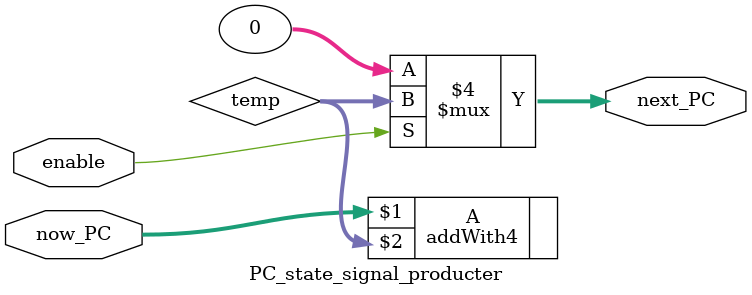
<source format=v>
module PC_state_signal_producter(next_PC,now_PC,enable);
  input  [31:0] now_PC;
  input enable;
  output reg [31:0] next_PC;
  wire [31:0] temp;
  addWith4 A(now_PC,temp);
  always @(*) begin
    next_PC = 0;
    if(enable == 1'b1) next_PC = temp;
  end
endmodule
</source>
